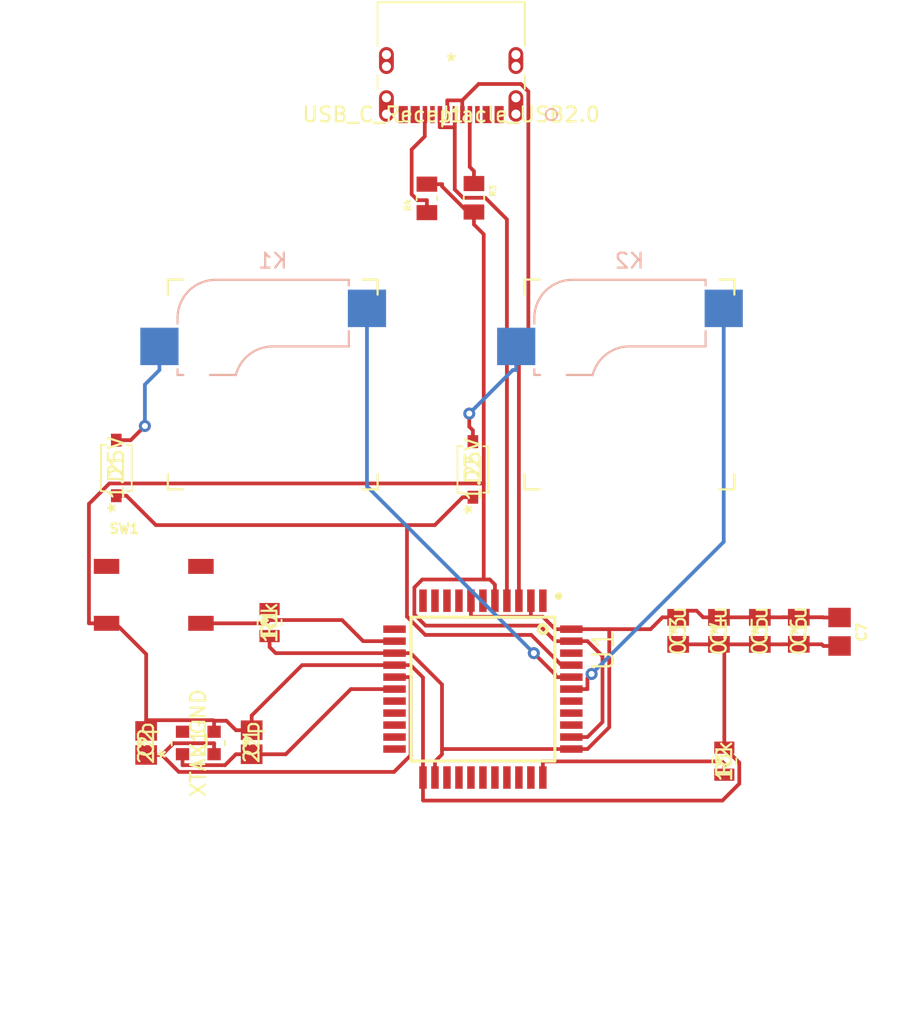
<source format=kicad_pcb>
(kicad_pcb (version 20211014) (generator pcbnew)
  (title_block (title "BobPad") (date "2022-01-15") (rev "0"))
  (layers (0 "F.Cu" signal) (31 "B.Cu" signal) (34 "B.Paste" user) (35 "F.Paste" user) (36 "B.SilkS" user "B.Silkscreen") (37 "F.SilkS" user "F.Silkscreen") (38 "B.Mask" user) (39 "F.Mask" user) (44 "Edge.Cuts" user))
  (net 0 "")
  (net 1 "Net-(C1-Pad1)")
  (net 2 "+5V")
  (net 3 "Net-(C2-Pad1)")
  (net 4 "VCC")
  (net 5 "row0")
  (net 6 "Net-(D1-Pad2)")
  (net 7 "Net-(D2-Pad2)")
  (net 9 "Net-(J1-PadA5)")
  (net 10 "Net-(J1-PadA7)")
  (net 11 "Net-(J1-PadA6)")
  (net 13 "Net-(J1-PadB5)")
  (net 14 "col0")
  (net 15 "col1")
  (net 16 "Net-(R1-Pad2)")
  (net 17 "Net-(R2-Pad1)")
  (footprint "ul_C0805C220J5GAC7800:C0805C220J5GAC7800" (layer "F.Cu") (at 177.195 93.535 90)
    (fp_text reference "C1" (at 0 0 90) (layer "F.SilkS"))
    (fp_text value "22p" (at 0 0 90) (layer "F.SilkS"))
    (fp_text user "*" (at 0 0 90) (layer "F.SilkS"))
    (pad "1" smd rect locked (at -0.802799 0 90) (size 1.305598 1.449997) (layers "F.Cu" "F.Paste" "F.Mask") (net 1 "Net-(C1-Pad1)"))
    (pad "2" smd rect locked (at 0.802799 0 90) (size 1.305598 1.449997) (layers "F.Cu" "F.Paste" "F.Mask") (net 2 "+5V"))
  )
  (footprint "keyswitches:Kailh_socket_MX" (layer "F.Cu") (at 202.41 69.66)
    (fp_text reference "K2" (at 0 -8.255) (layer "B.SilkS") (effects (justify mirror)))
    (fp_text value "KEYSW")
    (fp_line (start -6.35 -1.016) (end -6.35 -0.635) (layer "B.SilkS") (width 0.15))
    (fp_line (start -3.81 -6.985) (end 5.08 -6.985) (layer "B.SilkS") (width 0.15))
    (fp_line (start 5.08 -6.985) (end 5.08 -6.604) (layer "B.SilkS") (width 0.15))
    (fp_line (start 5.08 -3.556) (end 5.08 -2.54) (layer "B.SilkS") (width 0.15))
    (fp_line (start -6.35 -4.445) (end -6.35 -4.064) (layer "B.SilkS") (width 0.15))
    (fp_line (start -2.464162 -0.635) (end -4.191 -0.635) (layer "B.SilkS") (width 0.15))
    (fp_line (start 5.08 -2.54) (end 0 -2.54) (layer "B.SilkS") (width 0.15))
    (fp_line (start -5.969 -0.635) (end -6.35 -0.635) (layer "B.SilkS") (width 0.15))
    (fp_arc (start -2.464162 -0.61604) (mid -1.563147 -2.002042) (end 0 -2.54) (layer "B.SilkS") (width 0.15))
    (fp_arc (start -6.35 -4.445) (mid -5.606051 -6.241051) (end -3.81 -6.985) (layer "B.SilkS") (width 0.15))
    (fp_line (start -7 7) (end -6 7) (layer "F.SilkS") (width 0.15))
    (fp_line (start -7 -6) (end -7 -7) (layer "F.SilkS") (width 0.15))
    (fp_line (start -6 -7) (end -7 -7) (layer "F.SilkS") (width 0.15))
    (fp_line (start -7 7) (end -7 6) (layer "F.SilkS") (width 0.15))
    (fp_line (start 7 -7) (end 7 -6) (layer "F.SilkS") (width 0.15))
    (fp_line (start 7 6) (end 7 7) (layer "F.SilkS") (width 0.15))
    (fp_line (start 7 -7) (end 6 -7) (layer "F.SilkS") (width 0.15))
    (fp_line (start 6 7) (end 7 7) (layer "F.SilkS") (width 0.15))
    (pad "" np_thru_hole circle locked (at -3.81 -2.54) (size 3 3) (drill 3) (layers *.Cu *.Mask))
    (pad "" np_thru_hole circle locked (at 0 0) (size 3.9878 3.9878) (drill 3.9878) (layers *.Cu *.Mask))
    (pad "" np_thru_hole circle locked (at -5.08 0) (size 1.7018 1.7018) (drill 1.7018) (layers *.Cu *.Mask))
    (pad "" np_thru_hole circle locked (at 5.08 0) (size 1.7018 1.7018) (drill 1.7018) (layers *.Cu *.Mask))
    (pad "" np_thru_hole circle locked (at 2.54 -5.08) (size 3 3) (drill 3) (layers *.Cu *.Mask))
    (pad "1" smd rect locked (at 6.29 -5.08) (size 2.55 2.5) (layers "B.Cu" "B.Paste" "B.Mask") (net 15 "col1"))
    (pad "2" smd rect locked (at -7.56 -2.54) (size 2.55 2.5) (layers "B.Cu" "B.Paste" "B.Mask") (net 7 "Net-(D2-Pad2)"))
  )
  (footprint "ul_RMCF0805JT5K10:RESC2012X65N" (layer "F.Cu") (at 192.03 57.2 -90)
    (fp_text reference "R3" (at -0.46 -1.27 90) (layer "F.SilkS") (effects (font (size 0.393701 0.393701))))
    (fp_text value "5.1k")
    (fp_line (start -0.12 -0.68) (end 0.12 -0.68) (layer "F.SilkS") (width 0.127))
    (fp_line (start -0.12 0.68) (end 0.12 0.68) (layer "F.SilkS") (width 0.127))
    (pad "1" smd rect locked (at -0.95 0 270) (size 1.01 1.38) (layers "F.Cu" "F.Paste" "F.Mask") (net 9 "Net-(J1-PadA5)"))
    (pad "2" smd rect locked (at 0.95 0 270) (size 1.01 1.38) (layers "F.Cu" "F.Paste" "F.Mask") (net 2 "+5V"))
  )
  (footprint "ul_RMCF0805JT10K0:RMCF0805JT10K0" (layer "F.Cu") (at 178.39 85.55 90)
    (fp_text reference "R1" (at 0 0 90) (layer "F.SilkS"))
    (fp_text value "10k" (at 0 0 90) (layer "F.SilkS"))
    (fp_text user "*" (at 0 0 90) (layer "F.SilkS"))
    (fp_line (start -0.18775 0.8001) (end 0.18775 0.8001) (layer "F.SilkS") (width 0.12))
    (fp_line (start 0.18775 -0.8001) (end -0.18775 -0.8001) (layer "F.SilkS") (width 0.12))
    (pad "1" smd rect locked (at -0.9017 0 90) (size 0.8128 1.3462) (layers "F.Cu" "F.Paste" "F.Mask") (net 4 "VCC"))
    (pad "2" smd rect locked (at 0.9017 0 90) (size 0.8128 1.3462) (layers "F.Cu" "F.Paste" "F.Mask") (net 16 "Net-(R1-Pad2)"))
  )
  (footprint "ul_CC0805ZRY5V9BB104:CC0805ZRY5V9BB104" (layer "F.Cu") (at 208.38 86.1017 -90)
    (fp_text reference "C4" (at 0 0 90) (layer "F.SilkS"))
    (fp_text value "0.1u" (at 0 0 90) (layer "F.SilkS"))
    (fp_text user "*" (at 0 0 90) (layer "F.SilkS"))
    (pad "1" smd rect locked (at -0.9017 0 270) (size 1.1176 1.4478) (layers "F.Cu" "F.Paste" "F.Mask") (net 4 "VCC"))
    (pad "2" smd rect locked (at 0.9017 0 270) (size 1.1176 1.4478) (layers "F.Cu" "F.Paste" "F.Mask") (net 2 "+5V"))
  )
  (footprint "keyswitches:Kailh_socket_MX" (layer "F.Cu") (at 178.6 69.66)
    (fp_text reference "K1" (at 0 -8.255) (layer "B.SilkS") (effects (justify mirror)))
    (fp_text value "KEYSW")
    (fp_line (start -6.35 -1.016) (end -6.35 -0.635) (layer "B.SilkS") (width 0.15))
    (fp_line (start -6.35 -4.445) (end -6.35 -4.064) (layer "B.SilkS") (width 0.15))
    (fp_line (start 5.08 -3.556) (end 5.08 -2.54) (layer "B.SilkS") (width 0.15))
    (fp_line (start -2.464162 -0.635) (end -4.191 -0.635) (layer "B.SilkS") (width 0.15))
    (fp_line (start -5.969 -0.635) (end -6.35 -0.635) (layer "B.SilkS") (width 0.15))
    (fp_line (start 5.08 -6.985) (end 5.08 -6.604) (layer "B.SilkS") (width 0.15))
    (fp_line (start 5.08 -2.54) (end 0 -2.54) (layer "B.SilkS") (width 0.15))
    (fp_line (start -3.81 -6.985) (end 5.08 -6.985) (layer "B.SilkS") (width 0.15))
    (fp_arc (start -2.464162 -0.61604) (mid -1.563147 -2.002042) (end 0 -2.54) (layer "B.SilkS") (width 0.15))
    (fp_arc (start -6.35 -4.445) (mid -5.606051 -6.241051) (end -3.81 -6.985) (layer "B.SilkS") (width 0.15))
    (fp_line (start 7 -7) (end 6 -7) (layer "F.SilkS") (width 0.15))
    (fp_line (start -7 7) (end -7 6) (layer "F.SilkS") (width 0.15))
    (fp_line (start 7 6) (end 7 7) (layer "F.SilkS") (width 0.15))
    (fp_line (start -7 7) (end -6 7) (layer "F.SilkS") (width 0.15))
    (fp_line (start 6 7) (end 7 7) (layer "F.SilkS") (width 0.15))
    (fp_line (start -6 -7) (end -7 -7) (layer "F.SilkS") (width 0.15))
    (fp_line (start 7 -7) (end 7 -6) (layer "F.SilkS") (width 0.15))
    (fp_line (start -7 -6) (end -7 -7) (layer "F.SilkS") (width 0.15))
    (pad "" np_thru_hole circle locked (at -3.81 -2.54) (size 3 3) (drill 3) (layers *.Cu *.Mask))
    (pad "" np_thru_hole circle locked (at 0 0) (size 3.9878 3.9878) (drill 3.9878) (layers *.Cu *.Mask))
    (pad "" np_thru_hole circle locked (at -5.08 0) (size 1.7018 1.7018) (drill 1.7018) (layers *.Cu *.Mask))
    (pad "" np_thru_hole circle locked (at 5.08 0) (size 1.7018 1.7018) (drill 1.7018) (layers *.Cu *.Mask))
    (pad "" np_thru_hole circle locked (at 2.54 -5.08) (size 3 3) (drill 3) (layers *.Cu *.Mask))
    (pad "1" smd rect locked (at 6.29 -5.08) (size 2.55 2.5) (layers "B.Cu" "B.Paste" "B.Mask") (net 14 "col0"))
    (pad "2" smd rect locked (at -7.56 -2.54) (size 2.55 2.5) (layers "B.Cu" "B.Paste" "B.Mask") (net 6 "Net-(D1-Pad2)"))
  )
  (footprint "ul_RMCF0805JT10K0:RMCF0805JT10K0" (layer "F.Cu") (at 208.74 94.8 90)
    (fp_text reference "R2" (at 0 0 90) (layer "F.SilkS"))
    (fp_text value "10k" (at 0 0 90) (layer "F.SilkS"))
    (fp_text user "*" (at 0 0 90) (layer "F.SilkS"))
    (fp_line (start -0.18775 0.8001) (end 0.18775 0.8001) (layer "F.SilkS") (width 0.12))
    (fp_line (start 0.18775 -0.8001) (end -0.18775 -0.8001) (layer "F.SilkS") (width 0.12))
    (pad "1" smd rect locked (at -0.9017 0 90) (size 0.8128 1.3462) (layers "F.Cu" "F.Paste" "F.Mask") (net 17 "Net-(R2-Pad1)"))
    (pad "2" smd rect locked (at 0.9017 0 90) (size 0.8128 1.3462) (layers "F.Cu" "F.Paste" "F.Mask") (net 2 "+5V"))
  )
  (footprint "ul_CC0805ZRY5V9BB104:CC0805ZRY5V9BB104" (layer "F.Cu") (at 205.66 86.1017 -90)
    (fp_text reference "C3" (at 0 0 90) (layer "F.SilkS"))
    (fp_text value "0.1u" (at 0 0 90) (layer "F.SilkS"))
    (fp_text user "*" (at 0 0 90) (layer "F.SilkS"))
    (pad "1" smd rect locked (at -0.9017 0 270) (size 1.1176 1.4478) (layers "F.Cu" "F.Paste" "F.Mask") (net 4 "VCC"))
    (pad "2" smd rect locked (at 0.9017 0 270) (size 1.1176 1.4478) (layers "F.Cu" "F.Paste" "F.Mask") (net 2 "+5V"))
  )
  (footprint "ul_1N4148W-TP:1N4148W-TP" (layer "F.Cu") (at 168.16 75.23 90)
    (fp_text reference "D1" (at 0 0 90) (layer "F.SilkS"))
    (fp_text value "1.25V" (at 0 0 90) (layer "F.SilkS"))
    (fp_text user "*" (at -2.667 0 90) (layer "F.SilkS"))
    (fp_text user "*" (at -2.667 0 90) (layer "F.SilkS"))
    (fp_line (start 1.5494 -1.0287) (end -1.5494 -1.0287) (layer "F.SilkS") (width 0.12))
    (fp_line (start 1.5494 -0.68834) (end 1.5494 -1.0287) (layer "F.SilkS") (width 0.12))
    (fp_line (start -1.5494 -1.0287) (end -1.5494 -0.68834) (layer "F.SilkS") (width 0.12))
    (fp_line (start 1.5494 1.0287) (end 1.5494 0.68834) (layer "F.SilkS") (width 0.12))
    (fp_line (start -1.5494 1.0287) (end 1.5494 1.0287) (layer "F.SilkS") (width 0.12))
    (fp_line (start -1.5494 0.68834) (end -1.5494 1.0287) (layer "F.SilkS") (width 0.12))
    (pad "1" smd rect locked (at -1.8542 0 90) (size 0.8636 0.7112) (layers "F.Cu" "F.Paste" "F.Mask") (net 5 "row0"))
    (pad "2" smd rect locked (at 1.8542 0 90) (size 0.8636 0.7112) (layers "F.Cu" "F.Paste" "F.Mask") (net 6 "Net-(D1-Pad2)"))
  )
  (footprint "ul_CC0805ZRY5V9BB104:CC0805ZRY5V9BB104" (layer "F.Cu") (at 211.11 86.1017 -90)
    (fp_text reference "C5" (at 0 0 90) (layer "F.SilkS"))
    (fp_text value "0.1u" (at 0 0 90) (layer "F.SilkS"))
    (fp_text user "*" (at 0 0 90) (layer "F.SilkS"))
    (pad "1" smd rect locked (at -0.9017 0 270) (size 1.1176 1.4478) (layers "F.Cu" "F.Paste" "F.Mask") (net 4 "VCC"))
    (pad "2" smd rect locked (at 0.9017 0 270) (size 1.1176 1.4478) (layers "F.Cu" "F.Paste" "F.Mask") (net 2 "+5V"))
  )
  (footprint "ul_RMCF0805JT5K10:RESC2012X65N" (layer "F.Cu") (at 188.89 57.24 90)
    (fp_text reference "R4" (at -0.46 -1.27 90) (layer "F.SilkS") (effects (font (size 0.393701 0.393701))))
    (fp_text value "5.1k")
    (fp_line (start -0.12 0.68) (end 0.12 0.68) (layer "F.SilkS") (width 0.127))
    (fp_line (start -0.12 -0.68) (end 0.12 -0.68) (layer "F.SilkS") (width 0.127))
    (pad "1" smd rect locked (at -0.95 0 90) (size 1.01 1.38) (layers "F.Cu" "F.Paste" "F.Mask") (net 13 "Net-(J1-PadB5)"))
    (pad "2" smd rect locked (at 0.95 0 90) (size 1.01 1.38) (layers "F.Cu" "F.Paste" "F.Mask") (net 2 "+5V"))
  )
  (footprint "ul_CC0805ZRY5V9BB104:CC0805ZRY5V9BB104" (layer "F.Cu") (at 213.71 86.0962 -90)
    (fp_text reference "C6" (at 0 0 90) (layer "F.SilkS"))
    (fp_text value "0.1u" (at 0 0 90) (layer "F.SilkS"))
    (fp_text user "*" (at 0 0 90) (layer "F.SilkS"))
    (pad "1" smd rect locked (at -0.9017 0 270) (size 1.1176 1.4478) (layers "F.Cu" "F.Paste" "F.Mask") (net 4 "VCC"))
    (pad "2" smd rect locked (at 0.9017 0 270) (size 1.1176 1.4478) (layers "F.Cu" "F.Paste" "F.Mask") (net 2 "+5V"))
  )
  (footprint "ul_GRM21BR61E475KA12L:CAPC2012X135" (layer "F.Cu") (at 216.43 86.1617 -90)
    (fp_text reference "C7" (at 0.030053 -1.472419 90) (layer "F.SilkS") (effects (font (size 0.630958 0.630958))))
    (fp_text value "4.7u")
    (pad "1" smd rect locked (at -0.95 0 270) (size 1.3 1.5) (layers "F.Cu" "F.Paste" "F.Mask") (net 4 "VCC"))
    (pad "2" smd rect locked (at 0.95 0 270) (size 1.3 1.5) (layers "F.Cu" "F.Paste" "F.Mask") (net 2 "+5V"))
  )
  (footprint "ul_FA-238-16-0000MB-C3:FA-238 16.0000MB-C3" (layer "F.Cu") (at 173.635 93.585 90)
    (fp_text reference "X1" (at 0 0 90) (layer "F.SilkS"))
    (fp_text value "XTAL_GND" (at 0 0 90) (layer "F.SilkS"))
    (fp_text user "*" (at -0.7493 -2.1336 90) (layer "F.SilkS"))
    (fp_text user "*" (at -0.7493 -2.1336 90) (layer "F.SilkS"))
    (fp_line (start -0.162203 1.778) (end 0.162203 1.778) (layer "F.SilkS") (width 0.12))
    (fp_line (start 1.4224 0.410635) (end 1.4224 -0.410635) (layer "F.SilkS") (width 0.12))
    (fp_line (start 0.162203 -1.778) (end -0.162203 -1.778) (layer "F.SilkS") (width 0.12))
    (fp_line (start -1.4224 -0.410635) (end -1.4224 0.410635) (layer "F.SilkS") (width 0.12))
    (pad "1" smd rect locked (at -0.7493 -1.0541 90) (size 0.8128 0.889) (layers "F.Cu" "F.Paste" "F.Mask") (net 1 "Net-(C1-Pad1)"))
    (pad "2" smd rect locked (at -0.7493 1.0541 90) (size 0.8128 0.889) (layers "F.Cu" "F.Paste" "F.Mask") (net 3 "Net-(C2-Pad1)"))
    (pad "3" smd rect locked (at 0.7493 1.0541 90) (size 0.8128 0.889) (layers "F.Cu" "F.Paste" "F.Mask") (net 2 "+5V"))
    (pad "4" smd rect locked (at 0.7493 -1.0541 90) (size 0.8128 0.889) (layers "F.Cu" "F.Paste" "F.Mask"))
  )
  (footprint "ATMEGA32U4AU:QFP80P1200X1200X120-44N" (layer "F.Cu") (at 192.63 89.99 -90)
    (fp_text reference "U1" (at -2.589245 -8.027135 90) (layer "F.SilkS") (effects (font (size 1.402291 1.402291))))
    (fp_text value "ATMEGA32U4-AU")
    (fp_line (start -4.8 -4.8) (end 4.8 -4.8) (layer "F.SilkS") (width 0.2032))
    (fp_line (start 4.8 4.8) (end -4.8 4.8) (layer "F.SilkS") (width 0.2032))
    (fp_line (start -4.8 4.8) (end -4.8 -4.8) (layer "F.SilkS") (width 0.2032))
    (fp_line (start 4.8 -4.8) (end 4.8 4.8) (layer "F.SilkS") (width 0.2032))
    (fp_circle (center -4 -4) (end -3.7173 -4) (layer "F.SilkS") (width 0.254) (fill none))
    (fp_circle (center -6.2 -5.05) (end -5.946 -5.05) (layer "F.SilkS") (width 0) (fill solid))
    (pad "1" smd rect locked (at -5.9 -4 270) (size 1.5 0.5) (layers "F.Cu" "F.Paste" "F.Mask"))
    (pad "2" smd rect locked (at -5.9 -3.2 270) (size 1.5 0.5) (layers "F.Cu" "F.Paste" "F.Mask") (net 4 "VCC"))
    (pad "3" smd rect locked (at -5.9 -2.4 270) (size 1.5 0.5) (layers "F.Cu" "F.Paste" "F.Mask") (net 10 "Net-(J1-PadA7)"))
    (pad "4" smd rect locked (at -5.9 -1.6 270) (size 1.5 0.5) (layers "F.Cu" "F.Paste" "F.Mask") (net 11 "Net-(J1-PadA6)"))
    (pad "5" smd rect locked (at -5.9 -0.8 270) (size 1.5 0.5) (layers "F.Cu" "F.Paste" "F.Mask") (net 2 "+5V"))
    (pad "6" smd rect locked (at -5.9 0 270) (size 1.5 0.5) (layers "F.Cu" "F.Paste" "F.Mask"))
    (pad "7" smd rect locked (at -5.9 0.8 270) (size 1.5 0.5) (layers "F.Cu" "F.Paste" "F.Mask") (net 4 "VCC"))
    (pad "8" smd rect locked (at -5.9 1.6 270) (size 1.5 0.5) (layers "F.Cu" "F.Paste" "F.Mask"))
    (pad "9" smd rect locked (at -5.9 2.4 270) (size 1.5 0.5) (layers "F.Cu" "F.Paste" "F.Mask"))
    (pad "10" smd rect locked (at -5.9 3.2 270) (size 1.5 0.5) (layers "F.Cu" "F.Paste" "F.Mask"))
    (pad "11" smd rect locked (at -5.9 4 270) (size 1.5 0.5) (layers "F.Cu" "F.Paste" "F.Mask"))
    (pad "12" smd rect locked (at -4 5.9 270) (size 0.5 1.5) (layers "F.Cu" "F.Paste" "F.Mask"))
    (pad "13" smd rect locked (at -3.2 5.9 270) (size 0.5 1.5) (layers "F.Cu" "F.Paste" "F.Mask") (net 16 "Net-(R1-Pad2)"))
    (pad "14" smd rect locked (at -2.4 5.9 270) (size 0.5 1.5) (layers "F.Cu" "F.Paste" "F.Mask") (net 4 "VCC"))
    (pad "15" smd rect locked (at -1.6 5.9 270) (size 0.5 1.5) (layers "F.Cu" "F.Paste" "F.Mask") (net 2 "+5V"))
    (pad "16" smd rect locked (at -0.8 5.9 270) (size 0.5 1.5) (layers "F.Cu" "F.Paste" "F.Mask") (net 3 "Net-(C2-Pad1)"))
    (pad "17" smd rect locked (at 0 5.9 270) (size 0.5 1.5) (layers "F.Cu" "F.Paste" "F.Mask") (net 1 "Net-(C1-Pad1)"))
    (pad "18" smd rect locked (at 0.8 5.9 270) (size 0.5 1.5) (layers "F.Cu" "F.Paste" "F.Mask"))
    (pad "19" smd rect locked (at 1.6 5.9 270) (size 0.5 1.5) (layers "F.Cu" "F.Paste" "F.Mask"))
    (pad "20" smd rect locked (at 2.4 5.9 270) (size 0.5 1.5) (layers "F.Cu" "F.Paste" "F.Mask"))
    (pad "21" smd rect locked (at 3.2 5.9 270) (size 0.5 1.5) (layers "F.Cu" "F.Paste" "F.Mask"))
    (pad "22" smd rect locked (at 4 5.9 270) (size 0.5 1.5) (layers "F.Cu" "F.Paste" "F.Mask"))
    (pad "23" smd rect locked (at 5.9 4 270) (size 1.5 0.5) (layers "F.Cu" "F.Paste" "F.Mask") (net 2 "+5V"))
    (pad "24" smd rect locked (at 5.9 3.2 270) (size 1.5 0.5) (layers "F.Cu" "F.Paste" "F.Mask") (net 4 "VCC"))
    (pad "25" smd rect locked (at 5.9 2.4 270) (size 1.5 0.5) (layers "F.Cu" "F.Paste" "F.Mask"))
    (pad "26" smd rect locked (at 5.9 1.6 270) (size 1.5 0.5) (layers "F.Cu" "F.Paste" "F.Mask"))
    (pad "27" smd rect locked (at 5.9 0.8 270) (size 1.5 0.5) (layers "F.Cu" "F.Paste" "F.Mask"))
    (pad "28" smd rect locked (at 5.9 0 270) (size 1.5 0.5) (layers "F.Cu" "F.Paste" "F.Mask"))
    (pad "29" smd rect locked (at 5.9 -0.8 270) (size 1.5 0.5) (layers "F.Cu" "F.Paste" "F.Mask"))
    (pad "30" smd rect locked (at 5.9 -1.6 270) (size 1.5 0.5) (layers "F.Cu" "F.Paste" "F.Mask"))
    (pad "31" smd rect locked (at 5.9 -2.4 270) (size 1.5 0.5) (layers "F.Cu" "F.Paste" "F.Mask"))
    (pad "32" smd rect locked (at 5.9 -3.2 270) (size 1.5 0.5) (layers "F.Cu" "F.Paste" "F.Mask"))
    (pad "33" smd rect locked (at 5.9 -4 270) (size 1.5 0.5) (layers "F.Cu" "F.Paste" "F.Mask") (net 17 "Net-(R2-Pad1)"))
    (pad "34" smd rect locked (at 4 -5.9 270) (size 0.5 1.5) (layers "F.Cu" "F.Paste" "F.Mask") (net 4 "VCC"))
    (pad "35" smd rect locked (at 3.2 -5.9 270) (size 0.5 1.5) (layers "F.Cu" "F.Paste" "F.Mask") (net 2 "+5V"))
    (pad "36" smd rect locked (at 2.4 -5.9 270) (size 0.5 1.5) (layers "F.Cu" "F.Paste" "F.Mask"))
    (pad "37" smd rect locked (at 1.6 -5.9 270) (size 0.5 1.5) (layers "F.Cu" "F.Paste" "F.Mask"))
    (pad "38" smd rect locked (at 0.8 -5.9 270) (size 0.5 1.5) (layers "F.Cu" "F.Paste" "F.Mask"))
    (pad "39" smd rect locked (at 0 -5.9 270) (size 0.5 1.5) (layers "F.Cu" "F.Paste" "F.Mask") (net 15 "col1"))
    (pad "40" smd rect locked (at -0.8 -5.9 270) (size 0.5 1.5) (layers "F.Cu" "F.Paste" "F.Mask") (net 14 "col0"))
    (pad "41" smd rect locked (at -1.6 -5.9 270) (size 0.5 1.5) (layers "F.Cu" "F.Paste" "F.Mask") (net 5 "row0"))
    (pad "42" smd rect locked (at -2.4 -5.9 270) (size 0.5 1.5) (layers "F.Cu" "F.Paste" "F.Mask"))
    (pad "43" smd rect locked (at -3.2 -5.9 270) (size 0.5 1.5) (layers "F.Cu" "F.Paste" "F.Mask") (net 2 "+5V"))
    (pad "44" smd rect locked (at -4 -5.9 270) (size 0.5 1.5) (layers "F.Cu" "F.Paste" "F.Mask") (net 4 "VCC"))
  )
  (footprint "ul_C0805C220J5GAC7800:C0805C220J5GAC7800" (layer "F.Cu") (at 170.155 93.5822 90)
    (fp_text reference "C2" (at 0 0 90) (layer "F.SilkS"))
    (fp_text value "22p" (at 0 0 90) (layer "F.SilkS"))
    (fp_text user "*" (at 0 0 90) (layer "F.SilkS"))
    (pad "1" smd rect locked (at -0.802799 0 90) (size 1.305598 1.449997) (layers "F.Cu" "F.Paste" "F.Mask") (net 3 "Net-(C2-Pad1)"))
    (pad "2" smd rect locked (at 0.802799 0 90) (size 1.305598 1.449997) (layers "F.Cu" "F.Paste" "F.Mask") (net 2 "+5V"))
  )
  (footprint "ul_USB4105-GF-A:USB4105-GF-A" (layer "F.Cu") (at 190.51 48.14 180)
    (fp_text reference "J1" (at 0 -3.5058) (layer "F.SilkS"))
    (fp_text value "USB_C_Receptacle_USB2.0" (at 0 -3.5058) (layer "F.SilkS"))
    (fp_text user "*" (at 0 0) (layer "F.SilkS"))
    (fp_circle (center -6.6929 -3.5058) (end -6.3119 -3.5058) (layer "B.SilkS") (width 0.12) (fill none))
    (fp_line (start 4.9149 -0.883174) (end 4.9149 -1.796025) (layer "F.SilkS") (width 0.12))
    (fp_line (start 4.9149 3.9878) (end 4.9149 1.081574) (layer "F.SilkS") (width 0.12))
    (fp_line (start 3.658604 -3.9878) (end 3.23514 -3.9878) (layer "F.SilkS") (width 0.12))
    (fp_line (start -4.9149 1.081574) (end -4.9149 3.9878) (layer "F.SilkS") (width 0.12))
    (fp_line (start -3.23514 -3.9878) (end -3.658604 -3.9878) (layer "F.SilkS") (width 0.12))
    (fp_line (start -4.9149 -1.796025) (end -4.9149 -0.883174) (layer "F.SilkS") (width 0.12))
    (fp_line (start -4.9149 3.9878) (end 4.9149 3.9878) (layer "F.SilkS") (width 0.12))
    (fp_circle (center -6.6929 -3.5058) (end -6.3119 -3.5058) (layer "F.SilkS") (width 0.12) (fill none))
    (pad "" np_thru_hole circle locked (at -4.32 -2.3847 180) (size 0.6096 0.6096) (drill 0.6096) (layers *.Cu *.Mask))
    (pad "" np_thru_hole circle locked (at 4.320002 -2.384699 180) (size 0.6096 0.6096) (drill 0.6096) (layers *.Cu *.Mask))
    (pad "" np_thru_hole circle locked (at 2.89 -2.4308 180) (size 0.6604 0.6604) (drill 0.6604) (layers *.Cu *.Mask))
    (pad "" np_thru_hole circle locked (at 4.320002 -3.476899 180) (size 0.6096 0.6096) (drill 0.6096) (layers *.Cu *.Mask))
    (pad "" np_thru_hole circle locked (at -2.89 -2.4308 180) (size 0.6604 0.6604) (drill 0.6604) (layers *.Cu *.Mask))
    (pad "" np_thru_hole circle locked (at -4.32 -0.294501 180) (size 0.6096 0.6096) (drill 0.6096) (layers *.Cu *.Mask))
    (pad "" np_thru_hole circle locked (at 4.320002 -0.2945 180) (size 0.6096 0.6096) (drill 0.6096) (layers *.Cu *.Mask))
    (pad "" np_thru_hole circle locked (at -4.32 0.492899 180) (size 0.6096 0.6096) (drill 0.6096) (layers *.Cu *.Mask))
    (pad "" np_thru_hole circle locked (at 4.320002 0.4929 180) (size 0.6096 0.6096) (drill 0.6096) (layers *.Cu *.Mask))
    (pad "" np_thru_hole circle locked (at -4.32 -3.4769 180) (size 0.6096 0.6096) (drill 0.6096) (layers *.Cu *.Mask))
    (pad "13" smd oval locked (at -4.320002 0.0992 180) (size 0.9906 1.8034) (layers "F.Cu" "F.Paste" "F.Mask"))
    (pad "14" smd oval locked (at 4.320002 0.0992 180) (size 0.9906 1.8034) (layers "F.Cu" "F.Paste" "F.Mask"))
    (pad "15" smd oval locked (at -4.320002 -2.930799 180) (size 0.9906 2.1082) (layers "F.Cu" "F.Paste" "F.Mask"))
    (pad "16" smd oval locked (at 4.320002 -2.930799 180) (size 0.9906 2.1082) (layers "F.Cu" "F.Paste" "F.Mask"))
    (pad "A1-B12" smd rect locked (at -3.2 -3.5058 180) (size 0.6096 1.143) (layers "F.Cu" "F.Paste" "F.Mask"))
    (pad "A4-B9" smd rect locked (at -2.400001 -3.5058 180) (size 0.6096 1.143) (layers "F.Cu" "F.Paste" "F.Mask"))
    (pad "A5" smd rect locked (at -1.25 -3.5058 180) (size 0.3048 1.143) (layers "F.Cu" "F.Paste" "F.Mask") (net 9 "Net-(J1-PadA5)"))
    (pad "A6" smd rect locked (at -0.25 -3.5058 180) (size 0.3048 1.143) (layers "F.Cu" "F.Paste" "F.Mask") (net 11 "Net-(J1-PadA6)"))
    (pad "A7" smd rect locked (at 0.25 -3.5058 180) (size 0.3048 1.143) (layers "F.Cu" "F.Paste" "F.Mask") (net 10 "Net-(J1-PadA7)"))
    (pad "A8" smd rect locked (at 1.25 -3.5058 180) (size 0.3048 1.143) (layers "F.Cu" "F.Paste" "F.Mask"))
    (pad "B1-A12" smd rect locked (at 3.2 -3.5058 180) (size 0.6096 1.143) (layers "F.Cu" "F.Paste" "F.Mask"))
    (pad "B4-A9" smd rect locked (at 2.400001 -3.5058 180) (size 0.6096 1.143) (layers "F.Cu" "F.Paste" "F.Mask"))
    (pad "B5" smd rect locked (at 1.749999 -3.5058 180) (size 0.3048 1.143) (layers "F.Cu" "F.Paste" "F.Mask") (net 13 "Net-(J1-PadB5)"))
    (pad "B6" smd rect locked (at 0.750001 -3.5058 180) (size 0.3048 1.143) (layers "F.Cu" "F.Paste" "F.Mask") (net 11 "Net-(J1-PadA6)"))
    (pad "B7" smd rect locked (at -0.750001 -3.5058 180) (size 0.3048 1.143) (layers "F.Cu" "F.Paste" "F.Mask") (net 10 "Net-(J1-PadA7)"))
    (pad "B8" smd rect locked (at -1.749999 -3.5058 180) (size 0.3048 1.143) (layers "F.Cu" "F.Paste" "F.Mask"))
  )
  (footprint "ul_1N4148W-TP:1N4148W-TP" (layer "F.Cu") (at 191.96 75.33 90)
    (fp_text reference "D2" (at 0 0 90) (layer "F.SilkS"))
    (fp_text value "1.25V" (at 0 0 90) (layer "F.SilkS"))
    (fp_text user "*" (at -2.667 0 90) (layer "F.SilkS"))
    (fp_text user "*" (at -2.667 0 90) (layer "F.SilkS"))
    (fp_line (start 1.5494 -0.68834) (end 1.5494 -1.0287) (layer "F.SilkS") (width 0.12))
    (fp_line (start -1.5494 0.68834) (end -1.5494 1.0287) (layer "F.SilkS") (width 0.12))
    (fp_line (start 1.5494 -1.0287) (end -1.5494 -1.0287) (layer "F.SilkS") (width 0.12))
    (fp_line (start -1.5494 1.0287) (end 1.5494 1.0287) (layer "F.SilkS") (width 0.12))
    (fp_line (start 1.5494 1.0287) (end 1.5494 0.68834) (layer "F.SilkS") (width 0.12))
    (fp_line (start -1.5494 -1.0287) (end -1.5494 -0.68834) (layer "F.SilkS") (width 0.12))
    (pad "1" smd rect locked (at -1.8542 0 90) (size 0.8636 0.7112) (layers "F.Cu" "F.Paste" "F.Mask") (net 5 "row0"))
    (pad "2" smd rect locked (at 1.8542 0 90) (size 0.8636 0.7112) (layers "F.Cu" "F.Paste" "F.Mask") (net 7 "Net-(D2-Pad2)"))
  )
  (footprint "ul_TL3342F160QG_TR:SW_TL3342F160QG_TR" (layer "F.Cu") (at 170.66 83.7)
    (fp_text reference "SW1" (at -1.970408 -4.411787) (layer "F.SilkS") (effects (font (size 0.640782 0.640782))))
    (fp_text value "SW_PUSH")
    (pad "1" smd rect locked (at -3.15 1.9) (size 1.7 1) (layers "F.Cu" "F.Paste" "F.Mask") (net 2 "+5V"))
    (pad "2" smd rect locked (at 3.15 1.9) (size 1.7 1) (layers "F.Cu" "F.Paste" "F.Mask") (net 16 "Net-(R1-Pad2)"))
    (pad "3" smd rect locked (at -3.15 -1.9) (size 1.7 1) (layers "F.Cu" "F.Paste" "F.Mask"))
    (pad "4" smd rect locked (at 3.15 -1.9) (size 1.7 1) (layers "F.Cu" "F.Paste" "F.Mask"))
  )
  (segment (start 172.5809 94.3343) (end 172.5809 95.066) (width 0.25) (layer "F.Cu") (net 1))
  (segment (start 186.73 89.99) (end 183.8181 89.99) (width 0.25) (layer "F.Cu") (net 1))
  (segment (start 183.8181 89.99) (end 179.4703 94.3378) (width 0.25) (layer "F.Cu") (net 1))
  (segment (start 177.195 94.3378) (end 176.1447 94.3378) (width 0.25) (layer "F.Cu") (net 1))
  (segment (start 172.5809 95.066) (end 175.4165 95.066) (width 0.25) (layer "F.Cu") (net 1))
  (segment (start 179.4703 94.3378) (end 177.195 94.3378) (width 0.25) (layer "F.Cu") (net 1))
  (segment (start 175.4165 95.066) (end 176.1447 94.3378) (width 0.25) (layer "F.Cu") (net 1))
  (segment (start 177.195 92.7322) (end 177.195 91.7541) (width 0.25) (layer "F.Cu") (net 2))
  (segment (start 211.11 87.0034) (end 212.6553 87.0034) (width 0.25) (layer "F.Cu") (net 2))
  (segment (start 175.5165 92.104) (end 174.6891 92.104) (width 0.25) (layer "F.Cu") (net 2))
  (segment (start 196.4173 85.7526) (end 188.7988 85.7526) (width 0.25) (layer "F.Cu") (net 2))
  (segment (start 177.195 91.7541) (end 180.5591 88.39) (width 0.25) (layer "F.Cu") (net 2))
  (segment (start 170.155 92.5543) (end 170.155 92.0652) (width 0.25) (layer "F.Cu") (net 2))
  (segment (start 208.74 87.0034) (end 208.74 93.1666) (width 0.25) (layer "F.Cu") (net 2))
  (segment (start 212.6553 87.0034) (end 212.6608 86.9979) (width 0.25) (layer "F.Cu") (net 2))
  (segment (start 215.2409 86.9979) (end 215.3547 87.1117) (width 0.25) (layer "F.Cu") (net 2))
  (segment (start 209.7385 96.3016) (end 209.7385 94.8968) (width 0.25) (layer "F.Cu") (net 2))
  (segment (start 208.74 87.0034) (end 208.38 87.0034) (width 0.25) (layer "F.Cu") (net 2))
  (segment (start 170.155 92.0652) (end 170.155 91.8013) (width 0.25) (layer "F.Cu") (net 2))
  (segment (start 187.8053 88.39) (end 188.63 89.2147) (width 0.25) (layer "F.Cu") (net 2))
  (segment (start 167.51 85.6) (end 168.0977 85.6) (width 0.25) (layer "F.Cu") (net 2))
  (segment (start 186.73 88.39) (end 187.8053 88.39) (width 0.25) (layer "F.Cu") (net 2))
  (segment (start 167.51 85.6) (end 166.3347 85.6) (width 0.25) (layer "F.Cu") (net 2))
  (segment (start 188.89 56.29) (end 189.9053 56.29) (width 0.25) (layer "F.Cu") (net 2))
  (segment (start 208.38 87.0034) (end 205.66 87.0034) (width 0.25) (layer "F.Cu") (net 2))
  (segment (start 188.65 97.43) (end 208.6101 97.43) (width 0.25) (layer "F.Cu") (net 2))
  (segment (start 192.6832 59.6335) (end 192.6832 76.2653) (width 0.25) (layer "F.Cu") (net 2))
  (segment (start 213.71 86.9979) (end 215.2409 86.9979) (width 0.25) (layer "F.Cu") (net 2))
  (segment (start 188.63 89.2147) (end 188.63 95.89) (width 0.25) (layer "F.Cu") (net 2))
  (segment (start 170.155 87.6573) (end 170.155 91.8013) (width 0.25) (layer "F.Cu") (net 2))
  (segment (start 216.43 87.1117) (end 215.3547 87.1117) (width 0.25) (layer "F.Cu") (net 2))
  (segment (start 213.71 86.9979) (end 212.6608 86.9979) (width 0.25) (layer "F.Cu") (net 2))
  (segment (start 193.0908 82.6755) (end 193.43 83.0147) (width 0.25) (layer "F.Cu") (net 2))
  (segment (start 170.155 92.7794) (end 170.155 92.5545) (width 0.25) (layer "F.Cu") (net 2))
  (segment (start 180.5591 88.39) (end 186.73 88.39) (width 0.25) (layer "F.Cu") (net 2))
  (segment (start 197.9924 86.79) (end 198.53 86.79) (width 0.25) (layer "F.Cu") (net 2))
  (segment (start 208.74 93.8983) (end 208.74 93.1666) (width 0.25) (layer "F.Cu") (net 2))
  (segment (start 189.9053 56.29) (end 189.9053 56.4404) (width 0.25) (layer "F.Cu") (net 2))
  (segment (start 167.7018 76.2653) (end 166.3347 77.6324) (width 0.25) (layer "F.Cu") (net 2))
  (segment (start 208.74 87.0034) (end 211.11 87.0034) (width 0.25) (layer "F.Cu") (net 2))
  (segment (start 189.9053 56.4404) (end 192.03 58.5651) (width 0.25) (layer "F.Cu") (net 2))
  (segment (start 174.6891 92.8357) (end 174.6891 92.104) (width 0.25) (layer "F.Cu") (net 2))
  (segment (start 177.195 92.7322) (end 176.1447 92.7322) (width 0.25) (layer "F.Cu") (net 2))
  (segment (start 188.7988 85.7526) (end 188.0547 85.0085) (width 0.25) (layer "F.Cu") (net 2))
  (segment (start 200.6103 92.185) (end 199.6053 93.19) (width 0.25) (layer "F.Cu") (net 2))
  (segment (start 192.03 58.5651) (end 192.03 58.9803) (width 0.25) (layer "F.Cu") (net 2))
  (segment (start 168.0977 85.6) (end 170.155 87.6573) (width 0.25) (layer "F.Cu") (net 2))
  (segment (start 193.43 84.09) (end 193.43 83.0147) (width 0.25) (layer "F.Cu") (net 2))
  (segment (start 198.53 86.79) (end 199.6053 86.79) (width 0.25) (layer "F.Cu") (net 2))
  (segment (start 208.6101 97.43) (end 209.7385 96.3016) (width 0.25) (layer "F.Cu") (net 2))
  (segment (start 188.63 97.41) (end 188.65 97.43) (width 0.25) (layer "F.Cu") (net 2))
  (segment (start 192.6832 76.2653) (end 192.6832 82.6755) (width 0.25) (layer "F.Cu") (net 2))
  (segment (start 197.4547 86.79) (end 196.4173 85.7526) (width 0.25) (layer "F.Cu") (net 2))
  (segment (start 192.6832 76.2653) (end 167.7018 76.2653) (width 0.25) (layer "F.Cu") (net 2))
  (segment (start 200.6103 87.795) (end 200.6103 92.185) (width 0.25) (layer "F.Cu") (net 2))
  (segment (start 192.03 58.9803) (end 192.6832 59.6335) (width 0.25) (layer "F.Cu") (net 2))
  (segment (start 192.6832 82.6755) (end 193.0908 82.6755) (width 0.25) (layer "F.Cu") (net 2))
  (segment (start 198.53 93.19) (end 199.6053 93.19) (width 0.25) (layer "F.Cu") (net 2))
  (segment (start 188.5844 82.6755) (end 192.6832 82.6755) (width 0.25) (layer "F.Cu") (net 2))
  (segment (start 188.63 95.89) (end 188.63 97.41) (width 0.25) (layer "F.Cu") (net 2))
  (segment (start 209.7385 94.8968) (end 208.74 93.8983) (width 0.25) (layer "F.Cu") (net 2))
  (segment (start 166.3347 77.6324) (end 166.3347 85.6) (width 0.25) (layer "F.Cu") (net 2))
  (segment (start 192.03 58.15) (end 192.03 58.5651) (width 0.25) (layer "F.Cu") (net 2))
  (segment (start 188.0547 85.0085) (end 188.0547 83.2052) (width 0.25) (layer "F.Cu") (net 2))
  (segment (start 174.6503 92.0652) (end 174.6891 92.104) (width 0.25) (layer "F.Cu") (net 2))
  (segment (start 197.9924 86.79) (end 197.4547 86.79) (width 0.25) (layer "F.Cu") (net 2))
  (segment (start 188.0547 83.2052) (end 188.5844 82.6755) (width 0.25) (layer "F.Cu") (net 2))
  (segment (start 199.6053 86.79) (end 200.6103 87.795) (width 0.25) (layer "F.Cu") (net 2))
  (segment (start 170.155 92.0652) (end 174.6503 92.0652) (width 0.25) (layer "F.Cu") (net 2))
  (segment (start 176.1447 92.7322) (end 175.5165 92.104) (width 0.25) (layer "F.Cu") (net 2))
  (segment (start 170.155 92.5543) (end 170.155 92.5545) (width 0.25) (layer "F.Cu") (net 2))
  (segment (start 186.73 89.19) (end 187.8053 89.19) (width 0.25) (layer "F.Cu") (net 3))
  (segment (start 171.2053 94.385) (end 171.9877 93.6026) (width 0.25) (layer "F.Cu") (net 3))
  (segment (start 187.8053 89.19) (end 187.8053 94.4079) (width 0.25) (layer "F.Cu") (net 3))
  (segment (start 174.6891 94.3343) (end 174.6891 93.6026) (width 0.25) (layer "F.Cu") (net 3))
  (segment (start 186.6968 95.5164) (end 172.3367 95.5164) (width 0.25) (layer "F.Cu") (net 3))
  (segment (start 172.3367 95.5164) (end 171.2053 94.385) (width 0.25) (layer "F.Cu") (net 3))
  (segment (start 170.155 94.385) (end 171.2053 94.385) (width 0.25) (layer "F.Cu") (net 3))
  (segment (start 171.9877 93.6026) (end 174.6891 93.6026) (width 0.25) (layer "F.Cu") (net 3))
  (segment (start 187.8053 94.4079) (end 186.6968 95.5164) (width 0.25) (layer "F.Cu") (net 3))
  (segment (start 213.71 85.1945) (end 215.3375 85.1945) (width 0.25) (layer "F.Cu") (net 4))
  (segment (start 191.83 85.1653) (end 195.83 85.1653) (width 0.25) (layer "F.Cu") (net 4))
  (segment (start 212.6553 85.2) (end 212.6608 85.1945) (width 0.25) (layer "F.Cu") (net 4))
  (segment (start 211.11 85.2) (end 212.6553 85.2) (width 0.25) (layer "F.Cu") (net 4))
  (segment (start 213.71 85.1945) (end 212.6608 85.1945) (width 0.25) (layer "F.Cu") (net 4))
  (segment (start 198.53 85.99) (end 197.4547 85.99) (width 0.25) (layer "F.Cu") (net 4))
  (segment (start 205.66 84.7579) (end 206.8887 84.7579) (width 0.25) (layer "F.Cu") (net 4))
  (segment (start 204.6108 85.2) (end 203.8208 85.99) (width 0.25) (layer "F.Cu") (net 4))
  (segment (start 203.8208 85.99) (end 201.0607 85.99) (width 0.25) (layer "F.Cu") (net 4))
  (segment (start 216.43 85.2117) (end 215.3547 85.2117) (width 0.25) (layer "F.Cu") (net 4))
  (segment (start 189.8971 94.3476) (end 189.43 94.8147) (width 0.25) (layer "F.Cu") (net 4))
  (segment (start 189.8971 93.99) (end 189.8971 94.3476) (width 0.25) (layer "F.Cu") (net 4))
  (segment (start 191.83 84.09) (end 191.83 85.1653) (width 0.25) (layer "F.Cu") (net 4))
  (segment (start 189.43 95.89) (end 189.43 94.8147) (width 0.25) (layer "F.Cu") (net 4))
  (segment (start 201.0607 85.99) (end 198.53 85.99) (width 0.25) (layer "F.Cu") (net 4))
  (segment (start 187.8053 87.59) (end 189.8971 89.6818) (width 0.25) (layer "F.Cu") (net 4))
  (segment (start 201.0607 92.5346) (end 201.0607 85.99) (width 0.25) (layer "F.Cu") (net 4))
  (segment (start 215.3375 85.1945) (end 215.3547 85.2117) (width 0.25) (layer "F.Cu") (net 4))
  (segment (start 186.73 87.59) (end 187.8053 87.59) (width 0.25) (layer "F.Cu") (net 4))
  (segment (start 205.66 85.2) (end 205.66 84.7579) (width 0.25) (layer "F.Cu") (net 4))
  (segment (start 195.83 84.09) (end 195.83 85.1653) (width 0.25) (layer "F.Cu") (net 4))
  (segment (start 189.8971 93.99) (end 198.53 93.99) (width 0.25) (layer "F.Cu") (net 4))
  (segment (start 189.8971 89.6818) (end 189.8971 93.99) (width 0.25) (layer "F.Cu") (net 4))
  (segment (start 196.63 85.1653) (end 195.83 85.1653) (width 0.25) (layer "F.Cu") (net 4))
  (segment (start 197.4547 85.99) (end 196.63 85.1653) (width 0.25) (layer "F.Cu") (net 4))
  (segment (start 205.66 85.2) (end 204.6108 85.2) (width 0.25) (layer "F.Cu") (net 4))
  (segment (start 178.39 87.1834) (end 178.7966 87.59) (width 0.25) (layer "F.Cu") (net 4))
  (segment (start 208.38 85.2) (end 207.3308 85.2) (width 0.25) (layer "F.Cu") (net 4))
  (segment (start 206.8887 84.7579) (end 207.3308 85.2) (width 0.25) (layer "F.Cu") (net 4))
  (segment (start 211.11 85.2) (end 208.38 85.2) (width 0.25) (layer "F.Cu") (net 4))
  (segment (start 199.6053 93.99) (end 201.0607 92.5346) (width 0.25) (layer "F.Cu") (net 4))
  (segment (start 178.7966 87.59) (end 186.73 87.59) (width 0.25) (layer "F.Cu") (net 4))
  (segment (start 178.39 86.4517) (end 178.39 87.1834) (width 0.25) (layer "F.Cu") (net 4))
  (segment (start 198.53 93.99) (end 199.6053 93.99) (width 0.25) (layer "F.Cu") (net 4))
  (segment (start 187.5595 79.044) (end 187.5595 85.1502) (width 0.25) (layer "F.Cu") (net 5))
  (segment (start 187.5595 85.1502) (end 188.7838 86.3745) (width 0.25) (layer "F.Cu") (net 5))
  (segment (start 191.96 77.1842) (end 191.2791 77.1842) (width 0.25) (layer "F.Cu") (net 5))
  (segment (start 188.7838 86.3745) (end 195.853 86.3745) (width 0.25) (layer "F.Cu") (net 5))
  (segment (start 197.8685 88.39) (end 198.53 88.39) (width 0.25) (layer "F.Cu") (net 5))
  (segment (start 195.853 86.3745) (end 197.8685 88.39) (width 0.25) (layer "F.Cu") (net 5))
  (segment (start 191.2791 77.1842) (end 189.4193 79.044) (width 0.25) (layer "F.Cu") (net 5))
  (segment (start 170.8007 79.044) (end 168.8409 77.0842) (width 0.25) (layer "F.Cu") (net 5))
  (segment (start 187.5595 79.044) (end 170.8007 79.044) (width 0.25) (layer "F.Cu") (net 5))
  (segment (start 168.16 77.0842) (end 168.8409 77.0842) (width 0.25) (layer "F.Cu") (net 5))
  (segment (start 189.4193 79.044) (end 187.5595 79.044) (width 0.25) (layer "F.Cu") (net 5))
  (segment (start 169.1241 73.3758) (end 170.0703 72.4296) (width 0.25) (layer "F.Cu") (net 6))
  (segment (start 168.16 73.3758) (end 169.1241 73.3758) (width 0.25) (layer "F.Cu") (net 6))
  (via (at 170.0703 72.4296) (size 0.8) (drill 0.4) (layers "F.Cu" "B.Cu") (net 6))
  (segment (start 170.0703 69.665) (end 171.04 68.6953) (width 0.25) (layer "B.Cu") (net 6))
  (segment (start 171.04 67.12) (end 171.04 68.6953) (width 0.25) (layer "B.Cu") (net 6))
  (segment (start 170.0703 72.4296) (end 170.0703 69.665) (width 0.25) (layer "B.Cu") (net 6))
  (segment (start 191.96 73.4758) (end 191.96 72.7187) (width 0.25) (layer "F.Cu") (net 7))
  (segment (start 191.7186 72.4773) (end 191.7186 71.6022) (width 0.25) (layer "F.Cu") (net 7))
  (segment (start 191.96 72.7187) (end 191.7186 72.4773) (width 0.25) (layer "F.Cu") (net 7))
  (via (at 191.7186 71.6022) (size 0.8) (drill 0.4) (layers "F.Cu" "B.Cu") (net 7))
  (segment (start 194.85 67.12) (end 194.85 68.6953) (width 0.25) (layer "B.Cu") (net 7))
  (segment (start 194.6255 68.6953) (end 194.85 68.6953) (width 0.25) (layer "B.Cu") (net 7))
  (segment (start 191.7186 71.6022) (end 194.6255 68.6953) (width 0.25) (layer "B.Cu") (net 7))
  (segment (start 191.75 51.5958) (end 191.75 55.1397) (width 0.25) (layer "F.Cu") (net 9))
  (segment (start 191.75 55.1397) (end 192.03 55.4197) (width 0.25) (layer "F.Cu") (net 9))
  (segment (start 192.03 56.25) (end 192.03 55.4197) (width 0.25) (layer "F.Cu") (net 9))
  (segment (start 191.25 50.699) (end 192.3438 49.6052) (width 0.25) (layer "F.Cu") (net 10))
  (segment (start 191.25 51.5958) (end 191.25 50.8116) (width 0.25) (layer "F.Cu") (net 10))
  (segment (start 195.6618 67.2486) (end 195.03 67.8804) (width 0.25) (layer "F.Cu") (net 10))
  (segment (start 195.03 67.8804) (end 195.03 84.09) (width 0.25) (layer "F.Cu") (net 10))
  (segment (start 195.6618 50.1062) (end 195.6618 67.2486) (width 0.25) (layer "F.Cu") (net 10))
  (segment (start 195.1608 49.6052) (end 195.6618 50.1062) (width 0.25) (layer "F.Cu") (net 10))
  (segment (start 191.25 50.8116) (end 191.25 50.699) (width 0.25) (layer "F.Cu") (net 10))
  (segment (start 190.25 51.5958) (end 190.25 50.699) (width 0.25) (layer "F.Cu") (net 10))
  (segment (start 192.3438 49.6052) (end 195.1608 49.6052) (width 0.25) (layer "F.Cu") (net 10))
  (segment (start 191.25 50.699) (end 190.25 50.699) (width 0.25) (layer "F.Cu") (net 10))
  (segment (start 189.75 51.5958) (end 189.75 52.4926) (width 0.25) (layer "F.Cu") (net 11))
  (segment (start 190.75 52.4926) (end 190.75 56.6482) (width 0.25) (layer "F.Cu") (net 11))
  (segment (start 189.75 52.4926) (end 190.75 52.4926) (width 0.25) (layer "F.Cu") (net 11))
  (segment (start 192.7902 57.2) (end 194.23 58.6398) (width 0.25) (layer "F.Cu") (net 11))
  (segment (start 194.23 58.6398) (end 194.23 84.09) (width 0.25) (layer "F.Cu") (net 11))
  (segment (start 191.3018 57.2) (end 192.7902 57.2) (width 0.25) (layer "F.Cu") (net 11))
  (segment (start 190.75 51.5958) (end 190.75 52.4926) (width 0.25) (layer "F.Cu") (net 11))
  (segment (start 190.75 56.6482) (end 191.3018 57.2) (width 0.25) (layer "F.Cu") (net 11))
  (segment (start 188.75 53.1007) (end 187.8746 53.9761) (width 0.25) (layer "F.Cu") (net 13))
  (segment (start 188.2673 57.3597) (end 188.89 57.3597) (width 0.25) (layer "F.Cu") (net 13))
  (segment (start 187.8746 53.9761) (end 187.8746 56.967) (width 0.25) (layer "F.Cu") (net 13))
  (segment (start 187.8746 56.967) (end 188.2673 57.3597) (width 0.25) (layer "F.Cu") (net 13))
  (segment (start 188.89 58.19) (end 188.89 57.3597) (width 0.25) (layer "F.Cu") (net 13))
  (segment (start 188.75 51.5958) (end 188.75 53.1007) (width 0.25) (layer "F.Cu") (net 13))
  (segment (start 197.4547 89.19) (end 197.4547 89.0172) (width 0.25) (layer "F.Cu") (net 14))
  (segment (start 197.4547 89.0172) (end 196.0275 87.59) (width 0.25) (layer "F.Cu") (net 14))
  (segment (start 198.53 89.19) (end 197.4547 89.19) (width 0.25) (layer "F.Cu") (net 14))
  (via (at 196.0275 87.59) (size 0.8) (drill 0.4) (layers "F.Cu" "B.Cu") (net 14))
  (segment (start 196.0275 87.59) (end 184.89 76.4525) (width 0.25) (layer "B.Cu") (net 14))
  (segment (start 184.89 76.4525) (end 184.89 64.58) (width 0.25) (layer "B.Cu") (net 14))
  (segment (start 198.53 89.99) (end 199.6053 89.99) (width 0.25) (layer "F.Cu") (net 15))
  (segment (start 199.6053 89.99) (end 199.6053 89.2566) (width 0.25) (layer "F.Cu") (net 15))
  (segment (start 199.6053 89.2566) (end 199.8822 88.9797) (width 0.25) (layer "F.Cu") (net 15))
  (via (at 199.8822 88.9797) (size 0.8) (drill 0.4) (layers "F.Cu" "B.Cu") (net 15))
  (segment (start 208.7 80.1619) (end 199.8822 88.9797) (width 0.25) (layer "B.Cu") (net 15))
  (segment (start 208.7 64.58) (end 208.7 80.1619) (width 0.25) (layer "B.Cu") (net 15))
  (segment (start 178.17 85.6) (end 178.39 85.38) (width 0.25) (layer "F.Cu") (net 16))
  (segment (start 186.73 86.79) (end 184.636 86.79) (width 0.25) (layer "F.Cu") (net 16))
  (segment (start 184.636 86.79) (end 183.226 85.38) (width 0.25) (layer "F.Cu") (net 16))
  (segment (start 173.81 85.6) (end 178.17 85.6) (width 0.25) (layer "F.Cu") (net 16))
  (segment (start 178.39 84.6483) (end 178.39 85.38) (width 0.25) (layer "F.Cu") (net 16))
  (segment (start 183.226 85.38) (end 178.39 85.38) (width 0.25) (layer "F.Cu") (net 16))
  (segment (start 196.63 95.89) (end 196.63 94.8147) (width 0.25) (layer "F.Cu") (net 17))
  (segment (start 208.74 95.7017) (end 208.74 94.97) (width 0.25) (layer "F.Cu") (net 17))
  (segment (start 196.63 94.8147) (end 208.5847 94.8147) (width 0.25) (layer "F.Cu") (net 17))
  (segment (start 208.5847 94.8147) (end 208.74 94.97) (width 0.25) (layer "F.Cu") (net 17))
)
</source>
